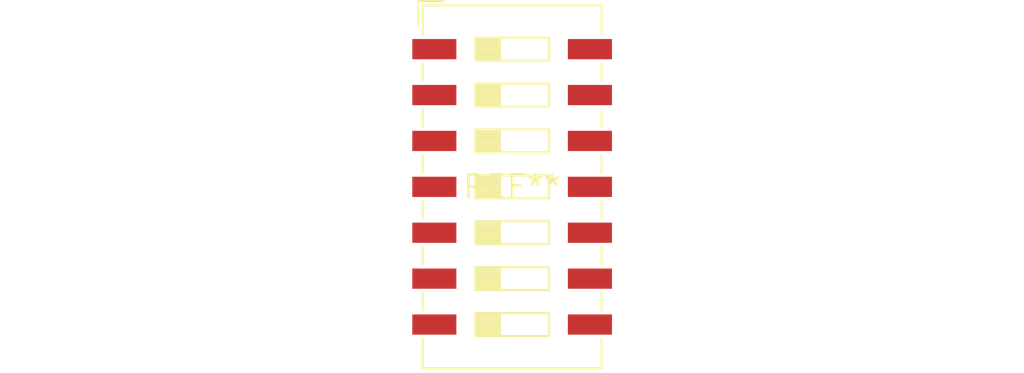
<source format=kicad_pcb>
(kicad_pcb (version 20240108) (generator pcbnew)
  (layers (0 "F.Cu" signal) (31 "B.Cu" signal) (34 "B.Paste" user) (35 "F.Paste" user) (36 "B.SilkS" user "B.Silkscreen") (37 "F.SilkS" user "F.Silkscreen") (38 "B.Mask" user) (39 "F.Mask" user) (44 "Edge.Cuts" user))
  (net 0 "")
  (footprint "SW_DIP_SPSTx07_Slide_9.78x19.96mm_W8.61mm_P2.54mm" (layer "F.Cu") (at 0 0)
    (property "Reference" "REF**")
    (property "Value" "SW_DIP_SPSTx07_Slide_9.78x19.96mm_W8.61mm_P2.54mm")
    (fp_line (start -5.19 -10.28) (end -5.19 -8.897) (layer "F.SilkS") (stroke (width 0.12)))
    (fp_line (start -5.19 -10.28) (end -3.806 -10.28) (layer "F.SilkS") (stroke (width 0.12)))
    (fp_line (start -4.95 -10.04) (end -4.95 -8.42) (layer "F.SilkS") (stroke (width 0.12)))
    (fp_line (start -4.95 -10.04) (end 4.95 -10.04) (layer "F.SilkS") (stroke (width 0.12)))
    (fp_line (start -4.95 -6.82) (end -4.95 -5.88) (layer "F.SilkS") (stroke (width 0.12)))
    (fp_line (start -4.95 -4.28) (end -4.95 -3.34) (layer "F.SilkS") (stroke (width 0.12)))
    (fp_line (start -4.95 -1.74) (end -4.95 -0.8) (layer "F.SilkS") (stroke (width 0.12)))
    (fp_line (start -4.95 0.8) (end -4.95 1.74) (layer "F.SilkS") (stroke (width 0.12)))
    (fp_line (start -4.95 3.34) (end -4.95 4.28) (layer "F.SilkS") (stroke (width 0.12)))
    (fp_line (start -4.95 5.88) (end -4.95 6.82) (layer "F.SilkS") (stroke (width 0.12)))
    (fp_line (start -4.95 8.42) (end -4.95 10.041) (layer "F.SilkS") (stroke (width 0.12)))
    (fp_line (start -4.95 10.041) (end 4.95 10.041) (layer "F.SilkS") (stroke (width 0.12)))
    (fp_line (start -2.03 -8.255) (end -2.03 -6.985) (layer "F.SilkS") (stroke (width 0.12)))
    (fp_line (start -2.03 -8.135) (end -0.676667 -8.135) (layer "F.SilkS") (stroke (width 0.12)))
    (fp_line (start -2.03 -8.015) (end -0.676667 -8.015) (layer "F.SilkS") (stroke (width 0.12)))
    (fp_line (start -2.03 -7.895) (end -0.676667 -7.895) (layer "F.SilkS") (stroke (width 0.12)))
    (fp_line (start -2.03 -7.775) (end -0.676667 -7.775) (layer "F.SilkS") (stroke (width 0.12)))
    (fp_line (start -2.03 -7.655) (end -0.676667 -7.655) (layer "F.SilkS") (stroke (width 0.12)))
    (fp_line (start -2.03 -7.535) (end -0.676667 -7.535) (layer "F.SilkS") (stroke (width 0.12)))
    (fp_line (start -2.03 -7.415) (end -0.676667 -7.415) (layer "F.SilkS") (stroke (width 0.12)))
    (fp_line (start -2.03 -7.295) (end -0.676667 -7.295) (layer "F.SilkS") (stroke (width 0.12)))
    (fp_line (start -2.03 -7.175) (end -0.676667 -7.175) (layer "F.SilkS") (stroke (width 0.12)))
    (fp_line (start -2.03 -7.055) (end -0.676667 -7.055) (layer "F.SilkS") (stroke (width 0.12)))
    (fp_line (start -2.03 -6.985) (end 2.03 -6.985) (layer "F.SilkS") (stroke (width 0.12)))
    (fp_line (start -2.03 -5.715) (end -2.03 -4.445) (layer "F.SilkS") (stroke (width 0.12)))
    (fp_line (start -2.03 -5.595) (end -0.676667 -5.595) (layer "F.SilkS") (stroke (width 0.12)))
    (fp_line (start -2.03 -5.475) (end -0.676667 -5.475) (layer "F.SilkS") (stroke (width 0.12)))
    (fp_line (start -2.03 -5.355) (end -0.676667 -5.355) (layer "F.SilkS") (stroke (width 0.12)))
    (fp_line (start -2.03 -5.235) (end -0.676667 -5.235) (layer "F.SilkS") (stroke (width 0.12)))
    (fp_line (start -2.03 -5.115) (end -0.676667 -5.115) (layer "F.SilkS") (stroke (width 0.12)))
    (fp_line (start -2.03 -4.995) (end -0.676667 -4.995) (layer "F.SilkS") (stroke (width 0.12)))
    (fp_line (start -2.03 -4.875) (end -0.676667 -4.875) (layer "F.SilkS") (stroke (width 0.12)))
    (fp_line (start -2.03 -4.755) (end -0.676667 -4.755) (layer "F.SilkS") (stroke (width 0.12)))
    (fp_line (start -2.03 -4.635) (end -0.676667 -4.635) (layer "F.SilkS") (stroke (width 0.12)))
    (fp_line (start -2.03 -4.515) (end -0.676667 -4.515) (layer "F.SilkS") (stroke (width 0.12)))
    (fp_line (start -2.03 -4.445) (end 2.03 -4.445) (layer "F.SilkS") (stroke (width 0.12)))
    (fp_line (start -2.03 -3.175) (end -2.03 -1.905) (layer "F.SilkS") (stroke (width 0.12)))
    (fp_line (start -2.03 -3.055) (end -0.676667 -3.055) (layer "F.SilkS") (stroke (width 0.12)))
    (fp_line (start -2.03 -2.935) (end -0.676667 -2.935) (layer "F.SilkS") (stroke (width 0.12)))
    (fp_line (start -2.03 -2.815) (end -0.676667 -2.815) (layer "F.SilkS") (stroke (width 0.12)))
    (fp_line (start -2.03 -2.695) (end -0.676667 -2.695) (layer "F.SilkS") (stroke (width 0.12)))
    (fp_line (start -2.03 -2.575) (end -0.676667 -2.575) (layer "F.SilkS") (stroke (width 0.12)))
    (fp_line (start -2.03 -2.455) (end -0.676667 -2.455) (layer "F.SilkS") (stroke (width 0.12)))
    (fp_line (start -2.03 -2.335) (end -0.676667 -2.335) (layer "F.SilkS") (stroke (width 0.12)))
    (fp_line (start -2.03 -2.215) (end -0.676667 -2.215) (layer "F.SilkS") (stroke (width 0.12)))
    (fp_line (start -2.03 -2.095) (end -0.676667 -2.095) (layer "F.SilkS") (stroke (width 0.12)))
    (fp_line (start -2.03 -1.975) (end -0.676667 -1.975) (layer "F.SilkS") (stroke (width 0.12)))
    (fp_line (start -2.03 -1.905) (end 2.03 -1.905) (layer "F.SilkS") (stroke (width 0.12)))
    (fp_line (start -2.03 -0.635) (end -2.03 0.635) (layer "F.SilkS") (stroke (width 0.12)))
    (fp_line (start -2.03 -0.515) (end -0.676667 -0.515) (layer "F.SilkS") (stroke (width 0.12)))
    (fp_line (start -2.03 -0.395) (end -0.676667 -0.395) (layer "F.SilkS") (stroke (width 0.12)))
    (fp_line (start -2.03 -0.275) (end -0.676667 -0.275) (layer "F.SilkS") (stroke (width 0.12)))
    (fp_line (start -2.03 -0.155) (end -0.676667 -0.155) (layer "F.SilkS") (stroke (width 0.12)))
    (fp_line (start -2.03 -0.035) (end -0.676667 -0.035) (layer "F.SilkS") (stroke (width 0.12)))
    (fp_line (start -2.03 0.085) (end -0.676667 0.085) (layer "F.SilkS") (stroke (width 0.12)))
    (fp_line (start -2.03 0.205) (end -0.676667 0.205) (layer "F.SilkS") (stroke (width 0.12)))
    (fp_line (start -2.03 0.325) (end -0.676667 0.325) (layer "F.SilkS") (stroke (width 0.12)))
    (fp_line (start -2.03 0.445) (end -0.676667 0.445) (layer "F.SilkS") (stroke (width 0.12)))
    (fp_line (start -2.03 0.565) (end -0.676667 0.565) (layer "F.SilkS") (stroke (width 0.12)))
    (fp_line (start -2.03 0.635) (end 2.03 0.635) (layer "F.SilkS") (stroke (width 0.12)))
    (fp_line (start -2.03 1.905) (end -2.03 3.175) (layer "F.SilkS") (stroke (width 0.12)))
    (fp_line (start -2.03 2.025) (end -0.676667 2.025) (layer "F.SilkS") (stroke (width 0.12)))
    (fp_line (start -2.03 2.145) (end -0.676667 2.145) (layer "F.SilkS") (stroke (width 0.12)))
    (fp_line (start -2.03 2.265) (end -0.676667 2.265) (layer "F.SilkS") (stroke (width 0.12)))
    (fp_line (start -2.03 2.385) (end -0.676667 2.385) (layer "F.SilkS") (stroke (width 0.12)))
    (fp_line (start -2.03 2.505) (end -0.676667 2.505) (layer "F.SilkS") (stroke (width 0.12)))
    (fp_line (start -2.03 2.625) (end -0.676667 2.625) (layer "F.SilkS") (stroke (width 0.12)))
    (fp_line (start -2.03 2.745) (end -0.676667 2.745) (layer "F.SilkS") (stroke (width 0.12)))
    (fp_line (start -2.03 2.865) (end -0.676667 2.865) (layer "F.SilkS") (stroke (width 0.12)))
    (fp_line (start -2.03 2.985) (end -0.676667 2.985) (layer "F.SilkS") (stroke (width 0.12)))
    (fp_line (start -2.03 3.105) (end -0.676667 3.105) (layer "F.SilkS") (stroke (width 0.12)))
    (fp_line (start -2.03 3.175) (end 2.03 3.175) (layer "F.SilkS") (stroke (width 0.12)))
    (fp_line (start -2.03 4.445) (end -2.03 5.715) (layer "F.SilkS") (stroke (width 0.12)))
    (fp_line (start -2.03 4.565) (end -0.676667 4.565) (layer "F.SilkS") (stroke (width 0.12)))
    (fp_line (start -2.03 4.685) (end -0.676667 4.685) (layer "F.SilkS") (stroke (width 0.12)))
    (fp_line (start -2.03 4.805) (end -0.676667 4.805) (layer "F.SilkS") (stroke (width 0.12)))
    (fp_line (start -2.03 4.925) (end -0.676667 4.925) (layer "F.SilkS") (stroke (width 0.12)))
    (fp_line (start -2.03 5.045) (end -0.676667 5.045) (layer "F.SilkS") (stroke (width 0.12)))
    (fp_line (start -2.03 5.165) (end -0.676667 5.165) (layer "F.SilkS") (stroke (width 0.12)))
    (fp_line (start -2.03 5.285) (end -0.676667 5.285) (layer "F.SilkS") (stroke (width 0.12)))
    (fp_line (start -2.03 5.405) (end -0.676667 5.405) (layer "F.SilkS") (stroke (width 0.12)))
    (fp_line (start -2.03 5.525) (end -0.676667 5.525) (layer "F.SilkS") (stroke (width 0.12)))
    (fp_line (start -2.03 5.645) (end -0.676667 5.645) (layer "F.SilkS") (stroke (width 0.12)))
    (fp_line (start -2.03 5.715) (end 2.03 5.715) (layer "F.SilkS") (stroke (width 0.12)))
    (fp_line (start -2.03 6.985) (end -2.03 8.255) (layer "F.SilkS") (stroke (width 0.12)))
    (fp_line (start -2.03 7.105) (end -0.676667 7.105) (layer "F.SilkS") (stroke (width 0.12)))
    (fp_line (start -2.03 7.225) (end -0.676667 7.225) (layer "F.SilkS") (stroke (width 0.12)))
    (fp_line (start -2.03 7.345) (end -0.676667 7.345) (layer "F.SilkS") (stroke (width 0.12)))
    (fp_line (start -2.03 7.465) (end -0.676667 7.465) (layer "F.SilkS") (stroke (width 0.12)))
    (fp_line (start -2.03 7.585) (end -0.676667 7.585) (layer "F.SilkS") (stroke (width 0.12)))
    (fp_line (start -2.03 7.705) (end -0.676667 7.705) (layer "F.SilkS") (stroke (width 0.12)))
    (fp_line (start -2.03 7.825) (end -0.676667 7.825) (layer "F.SilkS") (stroke (width 0.12)))
    (fp_line (start -2.03 7.945) (end -0.676667 7.945) (layer "F.SilkS") (stroke (width 0.12)))
    (fp_line (start -2.03 8.065) (end -0.676667 8.065) (layer "F.SilkS") (stroke (width 0.12)))
    (fp_line (start -2.03 8.185) (end -0.676667 8.185) (layer "F.SilkS") (stroke (width 0.12)))
    (fp_line (start -2.03 8.255) (end 2.03 8.255) (layer "F.SilkS") (stroke (width 0.12)))
    (fp_line (start -0.676667 -8.255) (end -0.676667 -6.985) (layer "F.SilkS") (stroke (width 0.12)))
    (fp_line (start -0.676667 -5.715) (end -0.676667 -4.445) (layer "F.SilkS") (stroke (width 0.12)))
    (fp_line (start -0.676667 -3.175) (end -0.676667 -1.905) (layer "F.SilkS") (stroke (width 0.12)))
    (fp_line (start -0.676667 -0.635) (end -0.676667 0.635) (layer "F.SilkS") (stroke (width 0.12)))
    (fp_line (start -0.676667 1.905) (end -0.676667 3.175) (layer "F.SilkS") (stroke (width 0.12)))
    (fp_line (start -0.676667 4.445) (end -0.676667 5.715) (layer "F.SilkS") (stroke (width 0.12)))
    (fp_line (start -0.676667 6.985) (end -0.676667 8.255) (layer "F.SilkS") (stroke (width 0.12)))
    (fp_line (start 2.03 -8.255) (end -2.03 -8.255) (layer "F.SilkS") (stroke (width 0.12)))
    (fp_line (start 2.03 -6.985) (end 2.03 -8.255) (layer "F.SilkS") (stroke (width 0.12)))
    (fp_line (start 2.03 -5.715) (end -2.03 -5.715) (layer "F.SilkS") (stroke (width 0.12)))
    (fp_line (start 2.03 -4.445) (end 2.03 -5.715) (layer "F.SilkS") (stroke (width 0.12)))
    (fp_line (start 2.03 -3.175) (end -2.03 -3.175) (layer "F.SilkS") (stroke (width 0.12)))
    (fp_line (start 2.03 -1.905) (end 2.03 -3.175) (layer "F.SilkS") (stroke (width 0.12)))
    (fp_line (start 2.03 -0.635) (end -2.03 -0.635) (layer "F.SilkS") (stroke (width 0.12)))
    (fp_line (start 2.03 0.635) (end 2.03 -0.635) (layer "F.SilkS") (stroke (width 0.12)))
    (fp_line (start 2.03 1.905) (end -2.03 1.905) (layer "F.SilkS") (stroke (width 0.12)))
    (fp_line (start 2.03 3.175) (end 2.03 1.905) (layer "F.SilkS") (stroke (width 0.12)))
    (fp_line (start 2.03 4.445) (end -2.03 4.445) (layer "F.SilkS") (stroke (width 0.12)))
    (fp_line (start 2.03 5.715) (end 2.03 4.445) (layer "F.SilkS") (stroke (width 0.12)))
    (fp_line (start 2.03 6.985) (end -2.03 6.985) (layer "F.SilkS") (stroke (width 0.12)))
    (fp_line (start 2.03 8.255) (end 2.03 6.985) (layer "F.SilkS") (stroke (width 0.12)))
    (fp_line (start 4.95 -10.04) (end 4.95 -8.42) (layer "F.SilkS") (stroke (width 0.12)))
    (fp_line (start 4.95 -6.82) (end 4.95 -5.88) (layer "F.SilkS") (stroke (width 0.12)))
    (fp_line (start 4.95 -4.28) (end 4.95 -3.34) (layer "F.SilkS") (stroke (width 0.12)))
    (fp_line (start 4.95 -1.74) (end 4.95 -0.8) (layer "F.SilkS") (stroke (width 0.12)))
    (fp_line (start 4.95 0.8) (end 4.95 1.74) (layer "F.SilkS") (stroke (width 0.12)))
    (fp_line (start 4.95 3.34) (end 4.95 4.28) (layer "F.SilkS") (stroke (width 0.12)))
    (fp_line (start 4.95 5.88) (end 4.95 6.82) (layer "F.SilkS") (stroke (width 0.12)))
    (fp_line (start 4.95 8.42) (end 4.95 10.041) (layer "F.SilkS") (stroke (width 0.12)))
    (pad "1" smd rect (at -4.305 -7.62) (size 2.44 1.12) (layers "F.Cu" "F.Paste" "F.Mask"))
    (pad "2" smd rect (at -4.305 -5.08) (size 2.44 1.12) (layers "F.Cu" "F.Paste" "F.Mask"))
    (pad "3" smd rect (at -4.305 -2.54) (size 2.44 1.12) (layers "F.Cu" "F.Paste" "F.Mask"))
    (pad "4" smd rect (at -4.305 0) (size 2.44 1.12) (layers "F.Cu" "F.Paste" "F.Mask"))
    (pad "5" smd rect (at -4.305 2.54) (size 2.44 1.12) (layers "F.Cu" "F.Paste" "F.Mask"))
    (pad "6" smd rect (at -4.305 5.08) (size 2.44 1.12) (layers "F.Cu" "F.Paste" "F.Mask"))
    (pad "7" smd rect (at -4.305 7.62) (size 2.44 1.12) (layers "F.Cu" "F.Paste" "F.Mask"))
    (pad "8" smd rect (at 4.305 7.62) (size 2.44 1.12) (layers "F.Cu" "F.Paste" "F.Mask"))
    (pad "9" smd rect (at 4.305 5.08) (size 2.44 1.12) (layers "F.Cu" "F.Paste" "F.Mask"))
    (pad "10" smd rect (at 4.305 2.54) (size 2.44 1.12) (layers "F.Cu" "F.Paste" "F.Mask"))
    (pad "11" smd rect (at 4.305 0) (size 2.44 1.12) (layers "F.Cu" "F.Paste" "F.Mask"))
    (pad "12" smd rect (at 4.305 -2.54) (size 2.44 1.12) (layers "F.Cu" "F.Paste" "F.Mask"))
    (pad "13" smd rect (at 4.305 -5.08) (size 2.44 1.12) (layers "F.Cu" "F.Paste" "F.Mask"))
    (pad "14" smd rect (at 4.305 -7.62) (size 2.44 1.12) (layers "F.Cu" "F.Paste" "F.Mask"))
  )
)
</source>
